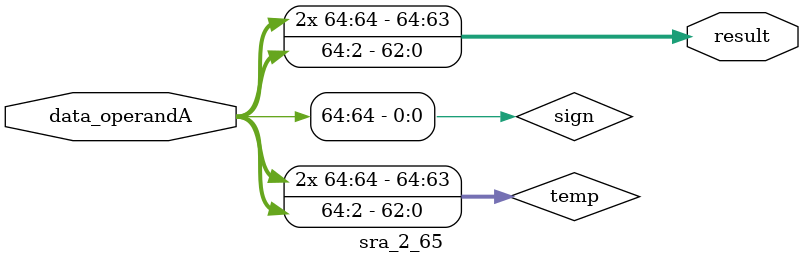
<source format=v>
module sra_2_65(result, data_operandA);
	input [64:0] data_operandA;
	wire [64:0] temp;
	wire sign;
	output [64:0] result;


	assign sign = data_operandA[64];

	genvar i;
  	generate
    	for (i = 0 ; i < 63; i = i+1)
    	begin : gen_loop
        	assign temp[i] = data_operandA[i+2];
    	end
  	endgenerate


	assign temp[63] = sign;
	assign temp[64] = sign;

	assign result = temp;


endmodule

</source>
